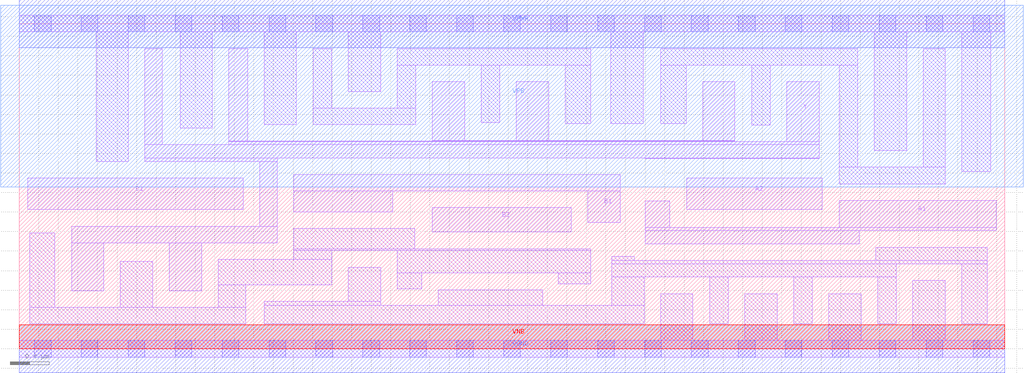
<source format=lef>
# Copyright 2020 The SkyWater PDK Authors
#
# Licensed under the Apache License, Version 2.0 (the "License");
# you may not use this file except in compliance with the License.
# You may obtain a copy of the License at
#
#     https://www.apache.org/licenses/LICENSE-2.0
#
# Unless required by applicable law or agreed to in writing, software
# distributed under the License is distributed on an "AS IS" BASIS,
# WITHOUT WARRANTIES OR CONDITIONS OF ANY KIND, either express or implied.
# See the License for the specific language governing permissions and
# limitations under the License.
#
# SPDX-License-Identifier: Apache-2.0

VERSION 5.7 ;
  NOWIREEXTENSIONATPIN ON ;
  DIVIDERCHAR "/" ;
  BUSBITCHARS "[]" ;
MACRO sky130_fd_sc_lp__o221ai_4
  CLASS CORE ;
  FOREIGN sky130_fd_sc_lp__o221ai_4 ;
  ORIGIN  0.000000  0.000000 ;
  SIZE  10.08000 BY  3.330000 ;
  SYMMETRY X Y R90 ;
  SITE unit ;
  PIN A1
    ANTENNAGATEAREA  1.260000 ;
    DIRECTION INPUT ;
    USE SIGNAL ;
    PORT
      LAYER li1 ;
        RECT 6.405000 1.075000 8.590000 1.210000 ;
        RECT 6.405000 1.210000 9.990000 1.245000 ;
        RECT 6.405000 1.245000 6.655000 1.515000 ;
        RECT 8.385000 1.245000 9.990000 1.520000 ;
    END
  END A1
  PIN A2
    ANTENNAGATEAREA  1.260000 ;
    DIRECTION INPUT ;
    USE SIGNAL ;
    PORT
      LAYER li1 ;
        RECT 6.825000 1.425000 8.215000 1.750000 ;
    END
  END A2
  PIN B1
    ANTENNAGATEAREA  1.260000 ;
    DIRECTION INPUT ;
    USE SIGNAL ;
    PORT
      LAYER li1 ;
        RECT 2.810000 1.400000 3.820000 1.615000 ;
        RECT 2.810000 1.615000 6.145000 1.785000 ;
        RECT 5.815000 1.295000 6.145000 1.615000 ;
    END
  END B1
  PIN B2
    ANTENNAGATEAREA  1.260000 ;
    DIRECTION INPUT ;
    USE SIGNAL ;
    PORT
      LAYER li1 ;
        RECT 4.225000 1.195000 5.645000 1.445000 ;
    END
  END B2
  PIN C1
    ANTENNAGATEAREA  1.260000 ;
    DIRECTION INPUT ;
    USE SIGNAL ;
    PORT
      LAYER li1 ;
        RECT 0.085000 1.425000 2.290000 1.750000 ;
    END
  END C1
  PIN Y
    ANTENNADIFFAREA  2.654400 ;
    DIRECTION OUTPUT ;
    USE SIGNAL ;
    PORT
      LAYER li1 ;
        RECT 0.535000 0.595000 0.865000 1.085000 ;
        RECT 0.535000 1.085000 2.640000 1.255000 ;
        RECT 1.285000 1.920000 2.640000 1.955000 ;
        RECT 1.285000 1.955000 8.180000 2.090000 ;
        RECT 1.285000 2.090000 1.465000 3.075000 ;
        RECT 1.535000 0.595000 1.865000 1.085000 ;
        RECT 2.145000 2.090000 8.180000 2.120000 ;
        RECT 2.145000 2.120000 7.320000 2.125000 ;
        RECT 2.145000 2.125000 2.335000 3.075000 ;
        RECT 2.460000 1.255000 2.640000 1.920000 ;
        RECT 4.225000 2.125000 7.320000 2.135000 ;
        RECT 4.225000 2.135000 4.555000 2.735000 ;
        RECT 5.085000 2.135000 5.415000 2.735000 ;
        RECT 6.395000 1.950000 8.180000 1.955000 ;
        RECT 6.990000 2.135000 7.320000 2.735000 ;
        RECT 7.850000 2.120000 8.180000 2.735000 ;
    END
  END Y
  PIN VGND
    DIRECTION INOUT ;
    USE GROUND ;
    PORT
      LAYER met1 ;
        RECT 0.000000 -0.245000 10.080000 0.245000 ;
    END
  END VGND
  PIN VNB
    DIRECTION INOUT ;
    USE GROUND ;
    PORT
      LAYER pwell ;
        RECT 0.000000 0.000000 10.080000 0.245000 ;
    END
  END VNB
  PIN VPB
    DIRECTION INOUT ;
    USE POWER ;
    PORT
      LAYER nwell ;
        RECT -0.190000 1.655000 10.270000 3.520000 ;
    END
  END VPB
  PIN VPWR
    DIRECTION INOUT ;
    USE POWER ;
    PORT
      LAYER met1 ;
        RECT 0.000000 3.085000 10.080000 3.575000 ;
    END
  END VPWR
  OBS
    LAYER li1 ;
      RECT 0.000000 -0.085000 10.080000 0.085000 ;
      RECT 0.000000  3.245000 10.080000 3.415000 ;
      RECT 0.105000  0.255000  2.315000 0.425000 ;
      RECT 0.105000  0.425000  0.365000 1.185000 ;
      RECT 0.785000  1.920000  1.115000 3.245000 ;
      RECT 1.035000  0.425000  1.365000 0.895000 ;
      RECT 1.645000  2.260000  1.975000 3.245000 ;
      RECT 2.035000  0.425000  2.315000 0.655000 ;
      RECT 2.035000  0.655000  3.195000 0.915000 ;
      RECT 2.505000  0.255000  6.390000 0.445000 ;
      RECT 2.505000  0.445000  3.695000 0.485000 ;
      RECT 2.505000  2.295000  2.835000 3.245000 ;
      RECT 2.810000  0.915000  3.195000 1.005000 ;
      RECT 2.810000  1.005000  5.845000 1.025000 ;
      RECT 2.810000  1.025000  4.045000 1.230000 ;
      RECT 3.005000  2.295000  4.055000 2.465000 ;
      RECT 3.005000  2.465000  3.195000 3.075000 ;
      RECT 3.365000  0.485000  3.695000 0.835000 ;
      RECT 3.365000  2.635000  3.695000 3.245000 ;
      RECT 3.865000  0.615000  4.115000 0.775000 ;
      RECT 3.865000  0.775000  5.845000 1.005000 ;
      RECT 3.865000  2.465000  4.055000 2.905000 ;
      RECT 3.865000  2.905000  5.845000 3.075000 ;
      RECT 4.285000  0.445000  5.355000 0.605000 ;
      RECT 4.725000  2.315000  4.915000 2.905000 ;
      RECT 5.515000  0.665000  5.845000 0.775000 ;
      RECT 5.585000  2.305000  5.845000 2.905000 ;
      RECT 6.050000  2.305000  6.380000 3.245000 ;
      RECT 6.060000  0.445000  6.390000 0.735000 ;
      RECT 6.060000  0.735000  8.970000 0.870000 ;
      RECT 6.060000  0.870000  9.900000 0.905000 ;
      RECT 6.060000  0.905000  6.290000 0.945000 ;
      RECT 6.560000  0.085000  6.890000 0.565000 ;
      RECT 6.560000  2.305000  6.820000 2.905000 ;
      RECT 6.560000  2.905000  8.575000 3.075000 ;
      RECT 7.060000  0.255000  7.250000 0.735000 ;
      RECT 7.420000  0.085000  7.750000 0.565000 ;
      RECT 7.490000  2.290000  7.680000 2.905000 ;
      RECT 7.920000  0.255000  8.110000 0.735000 ;
      RECT 8.280000  0.085000  8.610000 0.565000 ;
      RECT 8.385000  1.690000  9.470000 1.860000 ;
      RECT 8.385000  1.860000  8.575000 2.905000 ;
      RECT 8.745000  2.030000  9.075000 3.245000 ;
      RECT 8.760000  0.905000  9.900000 1.040000 ;
      RECT 8.780000  0.255000  8.970000 0.735000 ;
      RECT 9.140000  0.085000  9.470000 0.700000 ;
      RECT 9.245000  1.860000  9.470000 3.075000 ;
      RECT 9.640000  0.255000  9.900000 0.870000 ;
      RECT 9.640000  1.815000  9.935000 3.245000 ;
    LAYER mcon ;
      RECT 0.155000 -0.085000 0.325000 0.085000 ;
      RECT 0.155000  3.245000 0.325000 3.415000 ;
      RECT 0.635000 -0.085000 0.805000 0.085000 ;
      RECT 0.635000  3.245000 0.805000 3.415000 ;
      RECT 1.115000 -0.085000 1.285000 0.085000 ;
      RECT 1.115000  3.245000 1.285000 3.415000 ;
      RECT 1.595000 -0.085000 1.765000 0.085000 ;
      RECT 1.595000  3.245000 1.765000 3.415000 ;
      RECT 2.075000 -0.085000 2.245000 0.085000 ;
      RECT 2.075000  3.245000 2.245000 3.415000 ;
      RECT 2.555000 -0.085000 2.725000 0.085000 ;
      RECT 2.555000  3.245000 2.725000 3.415000 ;
      RECT 3.035000 -0.085000 3.205000 0.085000 ;
      RECT 3.035000  3.245000 3.205000 3.415000 ;
      RECT 3.515000 -0.085000 3.685000 0.085000 ;
      RECT 3.515000  3.245000 3.685000 3.415000 ;
      RECT 3.995000 -0.085000 4.165000 0.085000 ;
      RECT 3.995000  3.245000 4.165000 3.415000 ;
      RECT 4.475000 -0.085000 4.645000 0.085000 ;
      RECT 4.475000  3.245000 4.645000 3.415000 ;
      RECT 4.955000 -0.085000 5.125000 0.085000 ;
      RECT 4.955000  3.245000 5.125000 3.415000 ;
      RECT 5.435000 -0.085000 5.605000 0.085000 ;
      RECT 5.435000  3.245000 5.605000 3.415000 ;
      RECT 5.915000 -0.085000 6.085000 0.085000 ;
      RECT 5.915000  3.245000 6.085000 3.415000 ;
      RECT 6.395000 -0.085000 6.565000 0.085000 ;
      RECT 6.395000  3.245000 6.565000 3.415000 ;
      RECT 6.875000 -0.085000 7.045000 0.085000 ;
      RECT 6.875000  3.245000 7.045000 3.415000 ;
      RECT 7.355000 -0.085000 7.525000 0.085000 ;
      RECT 7.355000  3.245000 7.525000 3.415000 ;
      RECT 7.835000 -0.085000 8.005000 0.085000 ;
      RECT 7.835000  3.245000 8.005000 3.415000 ;
      RECT 8.315000 -0.085000 8.485000 0.085000 ;
      RECT 8.315000  3.245000 8.485000 3.415000 ;
      RECT 8.795000 -0.085000 8.965000 0.085000 ;
      RECT 8.795000  3.245000 8.965000 3.415000 ;
      RECT 9.275000 -0.085000 9.445000 0.085000 ;
      RECT 9.275000  3.245000 9.445000 3.415000 ;
      RECT 9.755000 -0.085000 9.925000 0.085000 ;
      RECT 9.755000  3.245000 9.925000 3.415000 ;
  END
END sky130_fd_sc_lp__o221ai_4
END LIBRARY

</source>
